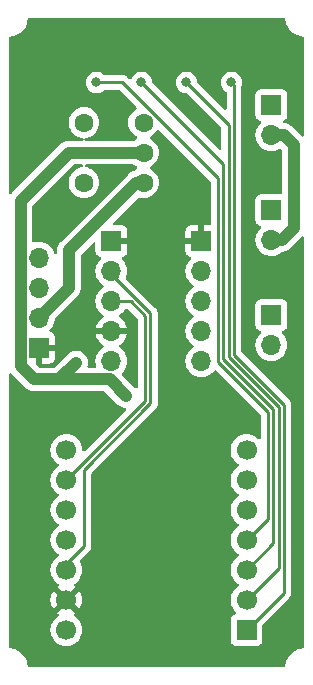
<source format=gbr>
%TF.GenerationSoftware,KiCad,Pcbnew,7.0.9*%
%TF.CreationDate,2025-03-23T18:33:54-04:00*%
%TF.ProjectId,Compact_Control,436f6d70-6163-4745-9f43-6f6e74726f6c,rev?*%
%TF.SameCoordinates,Original*%
%TF.FileFunction,Copper,L2,Bot*%
%TF.FilePolarity,Positive*%
%FSLAX46Y46*%
G04 Gerber Fmt 4.6, Leading zero omitted, Abs format (unit mm)*
G04 Created by KiCad (PCBNEW 7.0.9) date 2025-03-23 18:33:54*
%MOMM*%
%LPD*%
G01*
G04 APERTURE LIST*
%TA.AperFunction,ComponentPad*%
%ADD10C,1.600200*%
%TD*%
%TA.AperFunction,ComponentPad*%
%ADD11R,1.700000X1.700000*%
%TD*%
%TA.AperFunction,ComponentPad*%
%ADD12C,1.700000*%
%TD*%
%TA.AperFunction,ComponentPad*%
%ADD13O,1.700000X1.700000*%
%TD*%
%TA.AperFunction,ViaPad*%
%ADD14C,0.800000*%
%TD*%
%TA.AperFunction,Conductor*%
%ADD15C,1.000000*%
%TD*%
%TA.AperFunction,Conductor*%
%ADD16C,0.250000*%
%TD*%
G04 APERTURE END LIST*
D10*
%TO.P,U3,1,1*%
%TO.N,VIN_SRC*%
X11398250Y-13970000D03*
%TO.P,U3,2,2*%
%TO.N,VIN*%
X11398250Y-11430000D03*
%TO.P,U3,3,3*%
%TO.N,unconnected-(U3-Pad3)*%
X11398250Y-8890000D03*
%TO.P,U3,4*%
%TO.N,N/C*%
X6350000Y-8890000D03*
%TO.P,U3,5*%
X6350000Y-13970000D03*
%TD*%
D11*
%TO.P,U1,1,PA02_A0_D0*%
%TO.N,LED0*%
X20117738Y-51846960D03*
D12*
%TO.P,U1,2,PA4_A1_D1*%
%TO.N,LED1*%
X20117738Y-49306960D03*
%TO.P,U1,3,PA10_A2_D2*%
%TO.N,LED2*%
X20117738Y-46766960D03*
%TO.P,U1,4,PA11_A3_D3*%
%TO.N,LED3*%
X20117738Y-44226960D03*
%TO.P,U1,5,PA8_A4_D4_SDA*%
%TO.N,SDA*%
X20117738Y-41686960D03*
%TO.P,U1,6,PA9_A5_D5_SCL*%
%TO.N,SCL*%
X20117738Y-39146960D03*
%TO.P,U1,7,PB08_A6_D6_TX*%
%TO.N,unconnected-(U1-PB08_A6_D6_TX-Pad7)*%
X20117738Y-36606960D03*
%TO.P,U1,8,PB09_A7_D7_RX*%
%TO.N,unconnected-(U1-PB09_A7_D7_RX-Pad8)*%
X4867738Y-36606960D03*
%TO.P,U1,9,PA7_A8_D8_SCK*%
%TO.N,PUMP_PWM*%
X4867738Y-39146960D03*
%TO.P,U1,10,PA5_A9_D9_MISO*%
%TO.N,VALVE_1_PFM*%
X4867738Y-41686960D03*
%TO.P,U1,11,PA6_A10_D10_MOSI*%
%TO.N,VALVE_2_PFM*%
X4867738Y-44226960D03*
%TO.P,U1,12,3V3*%
%TO.N,3V3*%
X4867738Y-46766960D03*
%TO.P,U1,13,GND*%
%TO.N,GND*%
X4867738Y-49306960D03*
%TO.P,U1,14,5V*%
%TO.N,Net-(D1-K)*%
X4867738Y-51846960D03*
%TD*%
D11*
%TO.P,J4,1,Pin_1*%
%TO.N,GND*%
X2540000Y-27940000D03*
D13*
%TO.P,J4,2,Pin_2*%
%TO.N,VIN_SRC*%
X2540000Y-25400000D03*
%TO.P,J4,3,Pin_3*%
%TO.N,SDA*%
X2540000Y-22860000D03*
%TO.P,J4,4,Pin_4*%
%TO.N,SCL*%
X2540000Y-20320000D03*
%TD*%
D11*
%TO.P,J3,1,Pin_1*%
%TO.N,PUMP_-*%
X22225000Y-25176960D03*
D13*
%TO.P,J3,2,Pin_2*%
%TO.N,PUMP_+*%
X22225000Y-27716960D03*
%TD*%
D11*
%TO.P,J1,1,Pin_1*%
%TO.N,Net-(D2-A)*%
X22225000Y-7396960D03*
D13*
%TO.P,J1,2,Pin_2*%
%TO.N,VIN*%
X22225000Y-9936960D03*
%TD*%
D11*
%TO.P,U2,1,GND*%
%TO.N,GND*%
X8677738Y-18926960D03*
D13*
%TO.P,U2,2,VCC*%
%TO.N,3V3*%
X8677738Y-21466960D03*
%TO.P,U2,3,EN/PWM*%
%TO.N,PUMP_PWM*%
X8677738Y-24006960D03*
%TO.P,U2,4,PHASE*%
%TO.N,GND*%
X8677738Y-26546960D03*
%TO.P,U2,5,~SLEEP*%
%TO.N,unconnected-(U2-~SLEEP-Pad5)*%
X8677738Y-29086960D03*
D11*
%TO.P,U2,6,GND*%
%TO.N,GND*%
X16297738Y-18926960D03*
D13*
%TO.P,U2,7,VIN*%
%TO.N,VIN*%
X16297738Y-21466960D03*
%TO.P,U2,8,OUT2*%
%TO.N,PUMP_-*%
X16297738Y-24006960D03*
%TO.P,U2,9,OUT1*%
%TO.N,PUMP_+*%
X16297738Y-26546960D03*
%TO.P,U2,10,VM*%
%TO.N,unconnected-(U2-VM-Pad10)*%
X16297738Y-29086960D03*
%TD*%
D11*
%TO.P,J2,1,Pin_1*%
%TO.N,Net-(D3-A)*%
X22225000Y-16286960D03*
D13*
%TO.P,J2,2,Pin_2*%
%TO.N,VIN*%
X22225000Y-18826960D03*
%TD*%
D14*
%TO.N,GND*%
X5080000Y-34290000D03*
X3810000Y-15240000D03*
X9525000Y-52070000D03*
X17145000Y-37465000D03*
X22225000Y-3810000D03*
X2540000Y-3810000D03*
X13335000Y-20320000D03*
X16836868Y-9401688D03*
%TO.N,VIN*%
X5682738Y-29210000D03*
X9947738Y-32034960D03*
%TO.N,LED0*%
X18837738Y-5491960D03*
%TO.N,LED1*%
X15027738Y-5491960D03*
%TO.N,LED2*%
X11217738Y-5491960D03*
%TO.N,LED3*%
X7407738Y-5491960D03*
%TD*%
D15*
%TO.N,VIN*%
X11398250Y-11430000D02*
X5080000Y-11430000D01*
X5080000Y-11430000D02*
X990000Y-15520000D01*
X990000Y-15520000D02*
X990000Y-29490000D01*
X990000Y-29490000D02*
X2136960Y-30636960D01*
X2136960Y-30636960D02*
X4445000Y-30636960D01*
X4445000Y-30447738D02*
X4445000Y-30636960D01*
X4445000Y-30636960D02*
X8549738Y-30636960D01*
X5682738Y-29210000D02*
X4445000Y-30447738D01*
%TO.N,VIN_SRC*%
X2540000Y-25400000D02*
X5080000Y-22860000D01*
X10795000Y-13970000D02*
X11398250Y-13970000D01*
X5080000Y-22860000D02*
X5080000Y-19685000D01*
X5080000Y-19685000D02*
X10795000Y-13970000D01*
%TO.N,VIN*%
X8549738Y-30636960D02*
X9947738Y-32034960D01*
D16*
%TO.N,LED0*%
X19050000Y-28564222D02*
X19055389Y-28569611D01*
X19055389Y-28569611D02*
X23282738Y-32796960D01*
X18837738Y-5491960D02*
X19055389Y-5709611D01*
X19055389Y-5709611D02*
X19055389Y-28569611D01*
%TO.N,LED1*%
X15027738Y-5491960D02*
X18600000Y-9064222D01*
X22832738Y-46591960D02*
X20117738Y-49306960D01*
X18600000Y-9064222D02*
X18600000Y-28750618D01*
X22832738Y-32983356D02*
X22832738Y-46591960D01*
X18600000Y-28750618D02*
X22832738Y-32983356D01*
%TO.N,LED2*%
X11217738Y-5491960D02*
X18150000Y-12424222D01*
X18150000Y-12424222D02*
X18150000Y-28937014D01*
X22382738Y-33169752D02*
X22382738Y-44501960D01*
X18150000Y-28937014D02*
X22382738Y-33169752D01*
X22382738Y-44501960D02*
X20117738Y-46766960D01*
%TO.N,LED3*%
X7407738Y-5491960D02*
X9591342Y-5491960D01*
X21932738Y-42411960D02*
X20117738Y-44226960D01*
X9591342Y-5491960D02*
X17700000Y-13600618D01*
X17700000Y-13600618D02*
X17700000Y-29123410D01*
X17700000Y-29123410D02*
X21932738Y-33356148D01*
X21932738Y-33356148D02*
X21932738Y-42411960D01*
D15*
%TO.N,VIN*%
X22225000Y-18826960D02*
X23083040Y-18826960D01*
X24130000Y-17780000D02*
X24130000Y-10795000D01*
X23083040Y-18826960D02*
X24130000Y-17780000D01*
X24130000Y-10795000D02*
X23271960Y-9936960D01*
X23271960Y-9936960D02*
X22225000Y-9936960D01*
D16*
%TO.N,SDA*%
X20117738Y-41686960D02*
X20086960Y-41686960D01*
%TO.N,LED0*%
X23282738Y-48681960D02*
X20117738Y-51846960D01*
X23282738Y-32796960D02*
X23282738Y-48681960D01*
%TO.N,PUMP_PWM*%
X10305564Y-24006960D02*
X11529738Y-25231134D01*
X8677738Y-24006960D02*
X10305564Y-24006960D01*
X11529738Y-32484960D02*
X4867738Y-39146960D01*
X11529738Y-25231134D02*
X11529738Y-32484960D01*
%TO.N,3V3*%
X6350000Y-38301094D02*
X6350000Y-44754698D01*
X6350000Y-44754698D02*
X4867738Y-46236960D01*
X8677738Y-21742738D02*
X11979738Y-25044738D01*
X4867738Y-46236960D02*
X4867738Y-46766960D01*
X11979738Y-25044738D02*
X11979738Y-32671356D01*
X11979738Y-32671356D02*
X6350000Y-38301094D01*
X8677738Y-21466960D02*
X8677738Y-21742738D01*
%TD*%
%TA.AperFunction,Conductor*%
%TO.N,GND*%
G36*
X23342940Y-20185D02*
G01*
X23388695Y-72989D01*
X23398187Y-110185D01*
X23398870Y-110087D01*
X23432080Y-341075D01*
X23432083Y-341085D01*
X23496583Y-560751D01*
X23591680Y-768985D01*
X23591693Y-769008D01*
X23715456Y-961587D01*
X23715460Y-961593D01*
X23865384Y-1134615D01*
X24038406Y-1284539D01*
X24038412Y-1284543D01*
X24230991Y-1408306D01*
X24231014Y-1408319D01*
X24439248Y-1503416D01*
X24439252Y-1503417D01*
X24439254Y-1503418D01*
X24658920Y-1567918D01*
X24658921Y-1567918D01*
X24658924Y-1567919D01*
X24819053Y-1590942D01*
X24885530Y-1600500D01*
X24885531Y-1600500D01*
X24889913Y-1601130D01*
X24889726Y-1602424D01*
X24949801Y-1624825D01*
X24991678Y-1680755D01*
X24999500Y-1724099D01*
X24999500Y-9950038D01*
X24979815Y-10017077D01*
X24927011Y-10062832D01*
X24857853Y-10072776D01*
X24799593Y-10048090D01*
X24795691Y-10045069D01*
X24789806Y-10039886D01*
X23988412Y-9238492D01*
X23927019Y-9173907D01*
X23899164Y-9154519D01*
X23876669Y-9138862D01*
X23872906Y-9136024D01*
X23825373Y-9097265D01*
X23825366Y-9097260D01*
X23794919Y-9081357D01*
X23788211Y-9077294D01*
X23760009Y-9057665D01*
X23760006Y-9057663D01*
X23760005Y-9057663D01*
X23760001Y-9057661D01*
X23703640Y-9033474D01*
X23699384Y-9031453D01*
X23645017Y-9003054D01*
X23645010Y-9003051D01*
X23645009Y-9003051D01*
X23638968Y-9001322D01*
X23611990Y-8993602D01*
X23604590Y-8990968D01*
X23573017Y-8977419D01*
X23573018Y-8977419D01*
X23512926Y-8965069D01*
X23508351Y-8963946D01*
X23449380Y-8947073D01*
X23449385Y-8947073D01*
X23415118Y-8944463D01*
X23407340Y-8943372D01*
X23373702Y-8936460D01*
X23373701Y-8936460D01*
X23345860Y-8936460D01*
X23278821Y-8916775D01*
X23233066Y-8863971D01*
X23223122Y-8794813D01*
X23252147Y-8731257D01*
X23302527Y-8696278D01*
X23317328Y-8690757D01*
X23317327Y-8690757D01*
X23317331Y-8690756D01*
X23432546Y-8604506D01*
X23518796Y-8489291D01*
X23569091Y-8354443D01*
X23575500Y-8294833D01*
X23575499Y-6499088D01*
X23569091Y-6439477D01*
X23543886Y-6371900D01*
X23518797Y-6304631D01*
X23518793Y-6304624D01*
X23432547Y-6189415D01*
X23432544Y-6189412D01*
X23317335Y-6103166D01*
X23317328Y-6103162D01*
X23182482Y-6052868D01*
X23182483Y-6052868D01*
X23122883Y-6046461D01*
X23122881Y-6046460D01*
X23122873Y-6046460D01*
X23122864Y-6046460D01*
X21327129Y-6046460D01*
X21327123Y-6046461D01*
X21267516Y-6052868D01*
X21132671Y-6103162D01*
X21132664Y-6103166D01*
X21017455Y-6189412D01*
X21017452Y-6189415D01*
X20931206Y-6304624D01*
X20931202Y-6304631D01*
X20880908Y-6439477D01*
X20874501Y-6499076D01*
X20874501Y-6499083D01*
X20874500Y-6499095D01*
X20874500Y-8294830D01*
X20874501Y-8294836D01*
X20880908Y-8354443D01*
X20931202Y-8489288D01*
X20931206Y-8489295D01*
X21017452Y-8604504D01*
X21017455Y-8604507D01*
X21132664Y-8690753D01*
X21132671Y-8690757D01*
X21264081Y-8739770D01*
X21320015Y-8781641D01*
X21344432Y-8847105D01*
X21329580Y-8915378D01*
X21308430Y-8943633D01*
X21186503Y-9065560D01*
X21050965Y-9259129D01*
X21050964Y-9259131D01*
X20951098Y-9473295D01*
X20951094Y-9473304D01*
X20889938Y-9701546D01*
X20889936Y-9701556D01*
X20869341Y-9936959D01*
X20869341Y-9936960D01*
X20889936Y-10172363D01*
X20889938Y-10172373D01*
X20951094Y-10400615D01*
X20951096Y-10400619D01*
X20951097Y-10400623D01*
X21000161Y-10505840D01*
X21050965Y-10614790D01*
X21050967Y-10614794D01*
X21136631Y-10737134D01*
X21186505Y-10808361D01*
X21353599Y-10975455D01*
X21450384Y-11043225D01*
X21547165Y-11110992D01*
X21547167Y-11110993D01*
X21547170Y-11110995D01*
X21761337Y-11210863D01*
X21989592Y-11272023D01*
X22177918Y-11288499D01*
X22224999Y-11292619D01*
X22225000Y-11292619D01*
X22225001Y-11292619D01*
X22264234Y-11289186D01*
X22460408Y-11272023D01*
X22688663Y-11210863D01*
X22902830Y-11110995D01*
X22902829Y-11110995D01*
X22907737Y-11108707D01*
X22908353Y-11110029D01*
X22969598Y-11095154D01*
X23035631Y-11117988D01*
X23051413Y-11131334D01*
X23093181Y-11173102D01*
X23126666Y-11234425D01*
X23129500Y-11260783D01*
X23129500Y-14812460D01*
X23109815Y-14879499D01*
X23057011Y-14925254D01*
X23005500Y-14936460D01*
X21327129Y-14936460D01*
X21327123Y-14936461D01*
X21267516Y-14942868D01*
X21132671Y-14993162D01*
X21132664Y-14993166D01*
X21017455Y-15079412D01*
X21017452Y-15079415D01*
X20931206Y-15194624D01*
X20931202Y-15194631D01*
X20880908Y-15329477D01*
X20874501Y-15389076D01*
X20874500Y-15389095D01*
X20874500Y-17184830D01*
X20874501Y-17184836D01*
X20880908Y-17244443D01*
X20931202Y-17379288D01*
X20931206Y-17379295D01*
X21017452Y-17494504D01*
X21017455Y-17494507D01*
X21132664Y-17580753D01*
X21132671Y-17580757D01*
X21264081Y-17629770D01*
X21320015Y-17671641D01*
X21344432Y-17737105D01*
X21329580Y-17805378D01*
X21308430Y-17833633D01*
X21186503Y-17955560D01*
X21050965Y-18149129D01*
X21050964Y-18149131D01*
X20951098Y-18363295D01*
X20951094Y-18363304D01*
X20889938Y-18591546D01*
X20889936Y-18591556D01*
X20869341Y-18826959D01*
X20869341Y-18826960D01*
X20889936Y-19062363D01*
X20889938Y-19062373D01*
X20951094Y-19290615D01*
X20951096Y-19290619D01*
X20951097Y-19290623D01*
X21024761Y-19448595D01*
X21050965Y-19504790D01*
X21050967Y-19504794D01*
X21135319Y-19625260D01*
X21186505Y-19698361D01*
X21353599Y-19865455D01*
X21450384Y-19933225D01*
X21547165Y-20000992D01*
X21547167Y-20000993D01*
X21547170Y-20000995D01*
X21761337Y-20100863D01*
X21761343Y-20100864D01*
X21761344Y-20100865D01*
X21816285Y-20115586D01*
X21989592Y-20162023D01*
X22177918Y-20178499D01*
X22224999Y-20182619D01*
X22225000Y-20182619D01*
X22225001Y-20182619D01*
X22264234Y-20179186D01*
X22460408Y-20162023D01*
X22688663Y-20100863D01*
X22902830Y-20000995D01*
X23096401Y-19865455D01*
X23098669Y-19863187D01*
X23099918Y-19862504D01*
X23100552Y-19861973D01*
X23100658Y-19862100D01*
X23159989Y-19829697D01*
X23164448Y-19828812D01*
X23219789Y-19818893D01*
X23224441Y-19818240D01*
X23285478Y-19812034D01*
X23318267Y-19801746D01*
X23325880Y-19799878D01*
X23359693Y-19793818D01*
X23416661Y-19771061D01*
X23421093Y-19769484D01*
X23479628Y-19751119D01*
X23509667Y-19734444D01*
X23516748Y-19731082D01*
X23548657Y-19718337D01*
X23599894Y-19684568D01*
X23603891Y-19682147D01*
X23657542Y-19652369D01*
X23683608Y-19629990D01*
X23689883Y-19625260D01*
X23718559Y-19606362D01*
X23761932Y-19562987D01*
X23765390Y-19559783D01*
X23768653Y-19556980D01*
X23811935Y-19519826D01*
X23832968Y-19492651D01*
X23838138Y-19486781D01*
X24787819Y-18537099D01*
X24849142Y-18503615D01*
X24918834Y-18508599D01*
X24974767Y-18550471D01*
X24999184Y-18615935D01*
X24999500Y-18624781D01*
X24999500Y-53275900D01*
X24979815Y-53342939D01*
X24927011Y-53388694D01*
X24889815Y-53398192D01*
X24889913Y-53398870D01*
X24885531Y-53399500D01*
X24885530Y-53399500D01*
X24862986Y-53402741D01*
X24658924Y-53432080D01*
X24658914Y-53432083D01*
X24439248Y-53496583D01*
X24231014Y-53591680D01*
X24230991Y-53591693D01*
X24038412Y-53715456D01*
X24038406Y-53715460D01*
X23865384Y-53865384D01*
X23715460Y-54038406D01*
X23715456Y-54038412D01*
X23591693Y-54230991D01*
X23591680Y-54231014D01*
X23496583Y-54439248D01*
X23432083Y-54658914D01*
X23432080Y-54658924D01*
X23398870Y-54889913D01*
X23397575Y-54889726D01*
X23375175Y-54949801D01*
X23319245Y-54991678D01*
X23275901Y-54999500D01*
X1724099Y-54999500D01*
X1657060Y-54979815D01*
X1611305Y-54927011D01*
X1601812Y-54889814D01*
X1601130Y-54889913D01*
X1567919Y-54658924D01*
X1567916Y-54658914D01*
X1503416Y-54439248D01*
X1408319Y-54231014D01*
X1408306Y-54230991D01*
X1284543Y-54038412D01*
X1284539Y-54038406D01*
X1134615Y-53865384D01*
X961593Y-53715460D01*
X961587Y-53715456D01*
X769008Y-53591693D01*
X768985Y-53591680D01*
X560751Y-53496583D01*
X341085Y-53432083D01*
X341075Y-53432080D01*
X139648Y-53403120D01*
X114470Y-53399500D01*
X114469Y-53399500D01*
X110087Y-53398870D01*
X110271Y-53397583D01*
X50168Y-53375151D01*
X8309Y-53319209D01*
X500Y-53275900D01*
X500Y-30214783D01*
X20185Y-30147744D01*
X72989Y-30101989D01*
X142147Y-30092045D01*
X205703Y-30121070D01*
X212181Y-30127102D01*
X253966Y-30168887D01*
X257170Y-30172343D01*
X297131Y-30218893D01*
X324294Y-30239918D01*
X330190Y-30245111D01*
X1420526Y-31335447D01*
X1481901Y-31400013D01*
X1481904Y-31400015D01*
X1481907Y-31400018D01*
X1512837Y-31421544D01*
X1532255Y-31435060D01*
X1536010Y-31437892D01*
X1583553Y-31476658D01*
X1614005Y-31492564D01*
X1620716Y-31496631D01*
X1648911Y-31516255D01*
X1705292Y-31540450D01*
X1709527Y-31542461D01*
X1763911Y-31570869D01*
X1796933Y-31580316D01*
X1804325Y-31582949D01*
X1835900Y-31596499D01*
X1835901Y-31596500D01*
X1849014Y-31599194D01*
X1896015Y-31608852D01*
X1900555Y-31609966D01*
X1959542Y-31626846D01*
X1993801Y-31629454D01*
X2001569Y-31630545D01*
X2035215Y-31637460D01*
X2035219Y-31637460D01*
X2096561Y-31637460D01*
X2101268Y-31637638D01*
X2137611Y-31640406D01*
X2162435Y-31642297D01*
X2162435Y-31642296D01*
X2162436Y-31642297D01*
X2196519Y-31637956D01*
X2204349Y-31637460D01*
X4343259Y-31637460D01*
X4418071Y-31637460D01*
X4421211Y-31637540D01*
X4447842Y-31638890D01*
X4495936Y-31641329D01*
X4511857Y-31638890D01*
X4530633Y-31637460D01*
X8083955Y-31637460D01*
X8150994Y-31657145D01*
X8171636Y-31673779D01*
X9276158Y-32778301D01*
X9394331Y-32874658D01*
X9574689Y-32968869D01*
X9770320Y-33024847D01*
X9792788Y-33026557D01*
X9812460Y-33028056D01*
X9877811Y-33052773D01*
X9919426Y-33108898D01*
X9924090Y-33178612D01*
X9890727Y-33239379D01*
X6435078Y-36695028D01*
X6373755Y-36728513D01*
X6304063Y-36723529D01*
X6248130Y-36681657D01*
X6223713Y-36616193D01*
X6223397Y-36607347D01*
X6223397Y-36606959D01*
X6202801Y-36371556D01*
X6202801Y-36371552D01*
X6141641Y-36143297D01*
X6041773Y-35929131D01*
X5906233Y-35735559D01*
X5906232Y-35735557D01*
X5739140Y-35568466D01*
X5739133Y-35568461D01*
X5545572Y-35432927D01*
X5545568Y-35432925D01*
X5545566Y-35432924D01*
X5331401Y-35333057D01*
X5331397Y-35333056D01*
X5331393Y-35333054D01*
X5103151Y-35271898D01*
X5103141Y-35271896D01*
X4867739Y-35251301D01*
X4867737Y-35251301D01*
X4632334Y-35271896D01*
X4632324Y-35271898D01*
X4404082Y-35333054D01*
X4404073Y-35333058D01*
X4189909Y-35432924D01*
X4189907Y-35432925D01*
X3996335Y-35568465D01*
X3829243Y-35735557D01*
X3693703Y-35929129D01*
X3693702Y-35929131D01*
X3593836Y-36143295D01*
X3593832Y-36143304D01*
X3532676Y-36371546D01*
X3532674Y-36371556D01*
X3512079Y-36606959D01*
X3512079Y-36606960D01*
X3532674Y-36842363D01*
X3532676Y-36842373D01*
X3593832Y-37070615D01*
X3593834Y-37070619D01*
X3593835Y-37070623D01*
X3678238Y-37251625D01*
X3693703Y-37284790D01*
X3693705Y-37284794D01*
X3829239Y-37478355D01*
X3829244Y-37478362D01*
X3996335Y-37645453D01*
X3996341Y-37645458D01*
X4181896Y-37775385D01*
X4225521Y-37829962D01*
X4232715Y-37899460D01*
X4201192Y-37961815D01*
X4181896Y-37978535D01*
X3996335Y-38108465D01*
X3829243Y-38275557D01*
X3693703Y-38469129D01*
X3693702Y-38469131D01*
X3593836Y-38683295D01*
X3593832Y-38683304D01*
X3532676Y-38911546D01*
X3532674Y-38911556D01*
X3512079Y-39146959D01*
X3512079Y-39146960D01*
X3532674Y-39382363D01*
X3532676Y-39382373D01*
X3593832Y-39610615D01*
X3593834Y-39610619D01*
X3593835Y-39610623D01*
X3678238Y-39791625D01*
X3693703Y-39824790D01*
X3693705Y-39824794D01*
X3829239Y-40018355D01*
X3829244Y-40018362D01*
X3996335Y-40185453D01*
X3996341Y-40185458D01*
X4181896Y-40315385D01*
X4225521Y-40369962D01*
X4232715Y-40439460D01*
X4201192Y-40501815D01*
X4181896Y-40518535D01*
X3996335Y-40648465D01*
X3829243Y-40815557D01*
X3693703Y-41009129D01*
X3693702Y-41009131D01*
X3593836Y-41223295D01*
X3593832Y-41223304D01*
X3532676Y-41451546D01*
X3532674Y-41451556D01*
X3512079Y-41686959D01*
X3512079Y-41686960D01*
X3532674Y-41922363D01*
X3532676Y-41922373D01*
X3593832Y-42150615D01*
X3593834Y-42150619D01*
X3593835Y-42150623D01*
X3693703Y-42364790D01*
X3693705Y-42364794D01*
X3829239Y-42558355D01*
X3829244Y-42558362D01*
X3996335Y-42725453D01*
X3996341Y-42725458D01*
X4181896Y-42855385D01*
X4225521Y-42909962D01*
X4232715Y-42979460D01*
X4201192Y-43041815D01*
X4181896Y-43058535D01*
X3996335Y-43188465D01*
X3829243Y-43355557D01*
X3693703Y-43549129D01*
X3693702Y-43549131D01*
X3593836Y-43763295D01*
X3593832Y-43763304D01*
X3532676Y-43991546D01*
X3532674Y-43991556D01*
X3512079Y-44226959D01*
X3512079Y-44226960D01*
X3532674Y-44462363D01*
X3532676Y-44462373D01*
X3593832Y-44690615D01*
X3593834Y-44690619D01*
X3593835Y-44690623D01*
X3651218Y-44813681D01*
X3693703Y-44904790D01*
X3693705Y-44904794D01*
X3829239Y-45098355D01*
X3829244Y-45098362D01*
X3996335Y-45265453D01*
X3996341Y-45265458D01*
X4181896Y-45395385D01*
X4225521Y-45449962D01*
X4232715Y-45519460D01*
X4201192Y-45581815D01*
X4181896Y-45598535D01*
X3996335Y-45728465D01*
X3829243Y-45895557D01*
X3693703Y-46089129D01*
X3693702Y-46089131D01*
X3593836Y-46303295D01*
X3593832Y-46303304D01*
X3532676Y-46531546D01*
X3532674Y-46531556D01*
X3512079Y-46766959D01*
X3512079Y-46766960D01*
X3532674Y-47002363D01*
X3532676Y-47002373D01*
X3593832Y-47230615D01*
X3593834Y-47230619D01*
X3593835Y-47230623D01*
X3693703Y-47444790D01*
X3693705Y-47444794D01*
X3802019Y-47599481D01*
X3829243Y-47638361D01*
X3996337Y-47805455D01*
X4181896Y-47935385D01*
X4182332Y-47935690D01*
X4225956Y-47990267D01*
X4233149Y-48059766D01*
X4201627Y-48122120D01*
X4182331Y-48138840D01*
X4106364Y-48192032D01*
X4106363Y-48192032D01*
X4735204Y-48820873D01*
X4725423Y-48822280D01*
X4594638Y-48882008D01*
X4485977Y-48976162D01*
X4408245Y-49097116D01*
X4384661Y-49177436D01*
X3752810Y-48545585D01*
X3694139Y-48629379D01*
X3594308Y-48843467D01*
X3594304Y-48843476D01*
X3533170Y-49071633D01*
X3533168Y-49071644D01*
X3512581Y-49306958D01*
X3512581Y-49306961D01*
X3533168Y-49542275D01*
X3533170Y-49542286D01*
X3594304Y-49770443D01*
X3594308Y-49770452D01*
X3694138Y-49984539D01*
X3694140Y-49984543D01*
X3752810Y-50068333D01*
X3752811Y-50068333D01*
X4384661Y-49436483D01*
X4408245Y-49516804D01*
X4485977Y-49637758D01*
X4594638Y-49731912D01*
X4725423Y-49791640D01*
X4735204Y-49793046D01*
X4106363Y-50421885D01*
X4182332Y-50475079D01*
X4225957Y-50529656D01*
X4233151Y-50599154D01*
X4201628Y-50661509D01*
X4182333Y-50678229D01*
X3996332Y-50808468D01*
X3829243Y-50975557D01*
X3693703Y-51169129D01*
X3693702Y-51169131D01*
X3593836Y-51383295D01*
X3593832Y-51383304D01*
X3532676Y-51611546D01*
X3532674Y-51611556D01*
X3512079Y-51846959D01*
X3512079Y-51846960D01*
X3532674Y-52082363D01*
X3532676Y-52082373D01*
X3593832Y-52310615D01*
X3593834Y-52310619D01*
X3593835Y-52310623D01*
X3693703Y-52524790D01*
X3693705Y-52524794D01*
X3802019Y-52679481D01*
X3829243Y-52718361D01*
X3996337Y-52885455D01*
X4093122Y-52953225D01*
X4189903Y-53020992D01*
X4189905Y-53020993D01*
X4189908Y-53020995D01*
X4404075Y-53120863D01*
X4632330Y-53182023D01*
X4808772Y-53197460D01*
X4867737Y-53202619D01*
X4867738Y-53202619D01*
X4867739Y-53202619D01*
X4926704Y-53197460D01*
X5103146Y-53182023D01*
X5331401Y-53120863D01*
X5545568Y-53020995D01*
X5739139Y-52885455D01*
X5906233Y-52718361D01*
X6041773Y-52524790D01*
X6141641Y-52310623D01*
X6202801Y-52082368D01*
X6223397Y-51846960D01*
X6202801Y-51611552D01*
X6141641Y-51383297D01*
X6041773Y-51169131D01*
X5906233Y-50975559D01*
X5906232Y-50975557D01*
X5739140Y-50808466D01*
X5739139Y-50808465D01*
X5553143Y-50678229D01*
X5509519Y-50623652D01*
X5502326Y-50554153D01*
X5533848Y-50491799D01*
X5553143Y-50475079D01*
X5629111Y-50421885D01*
X5000271Y-49793046D01*
X5010053Y-49791640D01*
X5140838Y-49731912D01*
X5249499Y-49637758D01*
X5327231Y-49516804D01*
X5350814Y-49436484D01*
X5982663Y-50068333D01*
X5982664Y-50068333D01*
X6041336Y-49984542D01*
X6041338Y-49984538D01*
X6141167Y-49770452D01*
X6141171Y-49770443D01*
X6202305Y-49542286D01*
X6202307Y-49542275D01*
X6222895Y-49306961D01*
X6222895Y-49306958D01*
X6202307Y-49071644D01*
X6202305Y-49071633D01*
X6141171Y-48843476D01*
X6141167Y-48843467D01*
X6041338Y-48629383D01*
X6041337Y-48629381D01*
X5982663Y-48545586D01*
X5982663Y-48545585D01*
X5350814Y-49177435D01*
X5327231Y-49097116D01*
X5249499Y-48976162D01*
X5140838Y-48882008D01*
X5010053Y-48822280D01*
X5000271Y-48820873D01*
X5629111Y-48192033D01*
X5629111Y-48192032D01*
X5553143Y-48138840D01*
X5509518Y-48084264D01*
X5502324Y-48014765D01*
X5533846Y-47952411D01*
X5553137Y-47935694D01*
X5739139Y-47805455D01*
X5906233Y-47638361D01*
X6041773Y-47444790D01*
X6141641Y-47230623D01*
X6202801Y-47002368D01*
X6223397Y-46766960D01*
X6202801Y-46531552D01*
X6141641Y-46303297D01*
X6041773Y-46089131D01*
X6041772Y-46089129D01*
X6039067Y-46084444D01*
X6040596Y-46083560D01*
X6020801Y-46024857D01*
X6037814Y-45957091D01*
X6057019Y-45932267D01*
X6733787Y-45255500D01*
X6746042Y-45245684D01*
X6745859Y-45245462D01*
X6751866Y-45240490D01*
X6751877Y-45240484D01*
X6782775Y-45207580D01*
X6799227Y-45190062D01*
X6809671Y-45179616D01*
X6820120Y-45169169D01*
X6824379Y-45163676D01*
X6828152Y-45159259D01*
X6860062Y-45125280D01*
X6869715Y-45107718D01*
X6880389Y-45091468D01*
X6892673Y-45075634D01*
X6911180Y-45032865D01*
X6913749Y-45027622D01*
X6936196Y-44986791D01*
X6936197Y-44986790D01*
X6941177Y-44967389D01*
X6947478Y-44948986D01*
X6955438Y-44930594D01*
X6962730Y-44884547D01*
X6963911Y-44878850D01*
X6975500Y-44833717D01*
X6975500Y-44813681D01*
X6977027Y-44794280D01*
X6980160Y-44774502D01*
X6975775Y-44728113D01*
X6975500Y-44722275D01*
X6975500Y-38611546D01*
X6995185Y-38544507D01*
X7011819Y-38523865D01*
X9606555Y-35929129D01*
X12363526Y-33172157D01*
X12375780Y-33162342D01*
X12375597Y-33162120D01*
X12381604Y-33157148D01*
X12381615Y-33157142D01*
X12412513Y-33124238D01*
X12428965Y-33106720D01*
X12439409Y-33096274D01*
X12449858Y-33085827D01*
X12454117Y-33080334D01*
X12457890Y-33075917D01*
X12489800Y-33041938D01*
X12499453Y-33024376D01*
X12510127Y-33008126D01*
X12522411Y-32992292D01*
X12540918Y-32949523D01*
X12543487Y-32944280D01*
X12565934Y-32903449D01*
X12565935Y-32903448D01*
X12570915Y-32884047D01*
X12577216Y-32865644D01*
X12585176Y-32847252D01*
X12592468Y-32801205D01*
X12593649Y-32795508D01*
X12595792Y-32787163D01*
X12605238Y-32750375D01*
X12605238Y-32730339D01*
X12606765Y-32710938D01*
X12609898Y-32691160D01*
X12605513Y-32644771D01*
X12605238Y-32638933D01*
X12605238Y-25127475D01*
X12606961Y-25111858D01*
X12606676Y-25111831D01*
X12607410Y-25104069D01*
X12605238Y-25034941D01*
X12605238Y-25005389D01*
X12605238Y-25005388D01*
X12604367Y-24998497D01*
X12603910Y-24992683D01*
X12602447Y-24946110D01*
X12596860Y-24926882D01*
X12592912Y-24907822D01*
X12590402Y-24887946D01*
X12573245Y-24844613D01*
X12571357Y-24839097D01*
X12558357Y-24794350D01*
X12548156Y-24777101D01*
X12539598Y-24759632D01*
X12532224Y-24741006D01*
X12532221Y-24741002D01*
X12532221Y-24741001D01*
X12504836Y-24703309D01*
X12501628Y-24698425D01*
X12477910Y-24658320D01*
X12477901Y-24658309D01*
X12463743Y-24644151D01*
X12451108Y-24629358D01*
X12439331Y-24613150D01*
X12403431Y-24583451D01*
X12399119Y-24579528D01*
X9948979Y-22129388D01*
X9915494Y-22068065D01*
X9920478Y-21998373D01*
X9924278Y-21989302D01*
X9924607Y-21988597D01*
X9951641Y-21930623D01*
X10012801Y-21702368D01*
X10033397Y-21466960D01*
X10012801Y-21231552D01*
X9951641Y-21003297D01*
X9851773Y-20789131D01*
X9847944Y-20783663D01*
X9716234Y-20595560D01*
X9676082Y-20555408D01*
X9593917Y-20473243D01*
X9560434Y-20411923D01*
X9565418Y-20342231D01*
X9607289Y-20286297D01*
X9638267Y-20269382D01*
X9769824Y-20220314D01*
X9769831Y-20220310D01*
X9884925Y-20134150D01*
X9884928Y-20134147D01*
X9971088Y-20019053D01*
X9971092Y-20019046D01*
X10021334Y-19884339D01*
X10021336Y-19884332D01*
X10027737Y-19824804D01*
X10027738Y-19824787D01*
X10027738Y-19176960D01*
X9111424Y-19176960D01*
X9137231Y-19136804D01*
X9177738Y-18998849D01*
X9177738Y-18855071D01*
X9137231Y-18717116D01*
X9111424Y-18676960D01*
X10027738Y-18676960D01*
X10027738Y-18029132D01*
X10027737Y-18029115D01*
X10021336Y-17969587D01*
X10021334Y-17969580D01*
X9971092Y-17834873D01*
X9971088Y-17834866D01*
X9884928Y-17719772D01*
X9884925Y-17719769D01*
X9769831Y-17633609D01*
X9769824Y-17633605D01*
X9635117Y-17583363D01*
X9635110Y-17583361D01*
X9575582Y-17576960D01*
X8902322Y-17576960D01*
X8835283Y-17557275D01*
X8789528Y-17504471D01*
X8779584Y-17435313D01*
X8808609Y-17371757D01*
X8814641Y-17365279D01*
X8995090Y-17184830D01*
X10925837Y-15254082D01*
X10987158Y-15220599D01*
X11045609Y-15221990D01*
X11093551Y-15234835D01*
X11171540Y-15255733D01*
X11352908Y-15271601D01*
X11398249Y-15275568D01*
X11398250Y-15275568D01*
X11398251Y-15275568D01*
X11436035Y-15272262D01*
X11624960Y-15255733D01*
X11844781Y-15196833D01*
X12051034Y-15100655D01*
X12237453Y-14970123D01*
X12398373Y-14809203D01*
X12528905Y-14622784D01*
X12625083Y-14416531D01*
X12683983Y-14196710D01*
X12703818Y-13970000D01*
X12683983Y-13743290D01*
X12625083Y-13523469D01*
X12528905Y-13317216D01*
X12523988Y-13310194D01*
X12398376Y-13130801D01*
X12398371Y-13130795D01*
X12237454Y-12969878D01*
X12237448Y-12969873D01*
X12051035Y-12839345D01*
X12051033Y-12839344D01*
X11993212Y-12812382D01*
X11940773Y-12766210D01*
X11921621Y-12699016D01*
X11941837Y-12632135D01*
X11993212Y-12587618D01*
X12026389Y-12572147D01*
X12051034Y-12560655D01*
X12237453Y-12430123D01*
X12398373Y-12269203D01*
X12528905Y-12082784D01*
X12625083Y-11876531D01*
X12683983Y-11656710D01*
X12703818Y-11430000D01*
X12683983Y-11203290D01*
X12625083Y-10983469D01*
X12528905Y-10777216D01*
X12522037Y-10767408D01*
X12398376Y-10590801D01*
X12398371Y-10590795D01*
X12237454Y-10429878D01*
X12237448Y-10429873D01*
X12051035Y-10299345D01*
X12051033Y-10299344D01*
X11993212Y-10272382D01*
X11940773Y-10226210D01*
X11921621Y-10159016D01*
X11941837Y-10092135D01*
X11993212Y-10047618D01*
X12009808Y-10039879D01*
X12051034Y-10020655D01*
X12237453Y-9890123D01*
X12398373Y-9729203D01*
X12528905Y-9542784D01*
X12528907Y-9542777D01*
X12531610Y-9538098D01*
X12533868Y-9539401D01*
X12572618Y-9495106D01*
X12639750Y-9475737D01*
X12706696Y-9495738D01*
X12726846Y-9512055D01*
X17038181Y-13823389D01*
X17071666Y-13884712D01*
X17074500Y-13911070D01*
X17074500Y-17452960D01*
X17054815Y-17519999D01*
X17002011Y-17565754D01*
X16950500Y-17576960D01*
X16547738Y-17576960D01*
X16547738Y-18491458D01*
X16440053Y-18442280D01*
X16333501Y-18426960D01*
X16261975Y-18426960D01*
X16155423Y-18442280D01*
X16047738Y-18491458D01*
X16047738Y-17576960D01*
X15399893Y-17576960D01*
X15340365Y-17583361D01*
X15340358Y-17583363D01*
X15205651Y-17633605D01*
X15205644Y-17633609D01*
X15090550Y-17719769D01*
X15090547Y-17719772D01*
X15004387Y-17834866D01*
X15004383Y-17834873D01*
X14954141Y-17969580D01*
X14954139Y-17969587D01*
X14947738Y-18029115D01*
X14947738Y-18676960D01*
X15864052Y-18676960D01*
X15838245Y-18717116D01*
X15797738Y-18855071D01*
X15797738Y-18998849D01*
X15838245Y-19136804D01*
X15864052Y-19176960D01*
X14947738Y-19176960D01*
X14947738Y-19824804D01*
X14954139Y-19884332D01*
X14954141Y-19884339D01*
X15004383Y-20019046D01*
X15004387Y-20019053D01*
X15090547Y-20134147D01*
X15090550Y-20134150D01*
X15205644Y-20220310D01*
X15205651Y-20220314D01*
X15337208Y-20269381D01*
X15393141Y-20311252D01*
X15417559Y-20376716D01*
X15402708Y-20444989D01*
X15381557Y-20473244D01*
X15259241Y-20595560D01*
X15123703Y-20789129D01*
X15123702Y-20789131D01*
X15023836Y-21003295D01*
X15023832Y-21003304D01*
X14962676Y-21231546D01*
X14962674Y-21231556D01*
X14942079Y-21466959D01*
X14942079Y-21466960D01*
X14962674Y-21702363D01*
X14962676Y-21702373D01*
X15023832Y-21930615D01*
X15023834Y-21930619D01*
X15023835Y-21930623D01*
X15116521Y-22129388D01*
X15123703Y-22144790D01*
X15123705Y-22144794D01*
X15259239Y-22338355D01*
X15259244Y-22338362D01*
X15426335Y-22505453D01*
X15426341Y-22505458D01*
X15611896Y-22635385D01*
X15655521Y-22689962D01*
X15662715Y-22759460D01*
X15631192Y-22821815D01*
X15611896Y-22838535D01*
X15426335Y-22968465D01*
X15259243Y-23135557D01*
X15123703Y-23329129D01*
X15123702Y-23329131D01*
X15023836Y-23543295D01*
X15023832Y-23543304D01*
X14962676Y-23771546D01*
X14962674Y-23771556D01*
X14942079Y-24006959D01*
X14942079Y-24006960D01*
X14962674Y-24242363D01*
X14962676Y-24242373D01*
X15023832Y-24470615D01*
X15023834Y-24470619D01*
X15023835Y-24470623D01*
X15076448Y-24583451D01*
X15123703Y-24684790D01*
X15123705Y-24684794D01*
X15176102Y-24759624D01*
X15259239Y-24878356D01*
X15259244Y-24878362D01*
X15426335Y-25045453D01*
X15426341Y-25045458D01*
X15611896Y-25175385D01*
X15655521Y-25229962D01*
X15662715Y-25299460D01*
X15631192Y-25361815D01*
X15611896Y-25378535D01*
X15426335Y-25508465D01*
X15259243Y-25675557D01*
X15123703Y-25869129D01*
X15123702Y-25869131D01*
X15023836Y-26083295D01*
X15023832Y-26083304D01*
X14962676Y-26311546D01*
X14962674Y-26311556D01*
X14942079Y-26546959D01*
X14942079Y-26546960D01*
X14962674Y-26782363D01*
X14962676Y-26782373D01*
X15023832Y-27010615D01*
X15023834Y-27010619D01*
X15023835Y-27010623D01*
X15123585Y-27224538D01*
X15123703Y-27224790D01*
X15123705Y-27224794D01*
X15259239Y-27418355D01*
X15259244Y-27418362D01*
X15426335Y-27585453D01*
X15426341Y-27585458D01*
X15611896Y-27715385D01*
X15655521Y-27769962D01*
X15662715Y-27839460D01*
X15631192Y-27901815D01*
X15611896Y-27918535D01*
X15426335Y-28048465D01*
X15259243Y-28215557D01*
X15123703Y-28409129D01*
X15123702Y-28409131D01*
X15023836Y-28623295D01*
X15023832Y-28623304D01*
X14962676Y-28851546D01*
X14962674Y-28851556D01*
X14942079Y-29086959D01*
X14942079Y-29086960D01*
X14962674Y-29322363D01*
X14962676Y-29322373D01*
X15023832Y-29550615D01*
X15023834Y-29550619D01*
X15023835Y-29550623D01*
X15060414Y-29629067D01*
X15123703Y-29764790D01*
X15123705Y-29764794D01*
X15232019Y-29919481D01*
X15259243Y-29958361D01*
X15426337Y-30125455D01*
X15490758Y-30170563D01*
X15619903Y-30260992D01*
X15619905Y-30260993D01*
X15619908Y-30260995D01*
X15834075Y-30360863D01*
X16062330Y-30422023D01*
X16250656Y-30438499D01*
X16297737Y-30442619D01*
X16297738Y-30442619D01*
X16297739Y-30442619D01*
X16336972Y-30439186D01*
X16533146Y-30422023D01*
X16761401Y-30360863D01*
X16975568Y-30260995D01*
X17169139Y-30125455D01*
X17336233Y-29958361D01*
X17380841Y-29894652D01*
X17435415Y-29851029D01*
X17504914Y-29843835D01*
X17567269Y-29875357D01*
X17570096Y-29878096D01*
X21270919Y-33578919D01*
X21304404Y-33640242D01*
X21307238Y-33666600D01*
X21307238Y-35587201D01*
X21287553Y-35654240D01*
X21234749Y-35699995D01*
X21165591Y-35709939D01*
X21102035Y-35680914D01*
X21095557Y-35674883D01*
X21074914Y-35654240D01*
X20989139Y-35568465D01*
X20989135Y-35568462D01*
X20989134Y-35568461D01*
X20795572Y-35432927D01*
X20795568Y-35432925D01*
X20795566Y-35432924D01*
X20581401Y-35333057D01*
X20581397Y-35333056D01*
X20581393Y-35333054D01*
X20353151Y-35271898D01*
X20353141Y-35271896D01*
X20117739Y-35251301D01*
X20117737Y-35251301D01*
X19882334Y-35271896D01*
X19882324Y-35271898D01*
X19654082Y-35333054D01*
X19654073Y-35333058D01*
X19439909Y-35432924D01*
X19439907Y-35432925D01*
X19246335Y-35568465D01*
X19079243Y-35735557D01*
X18943703Y-35929129D01*
X18943702Y-35929131D01*
X18843836Y-36143295D01*
X18843832Y-36143304D01*
X18782676Y-36371546D01*
X18782674Y-36371556D01*
X18762079Y-36606959D01*
X18762079Y-36606960D01*
X18782674Y-36842363D01*
X18782676Y-36842373D01*
X18843832Y-37070615D01*
X18843834Y-37070619D01*
X18843835Y-37070623D01*
X18928238Y-37251625D01*
X18943703Y-37284790D01*
X18943705Y-37284794D01*
X19079239Y-37478355D01*
X19079244Y-37478362D01*
X19246335Y-37645453D01*
X19246341Y-37645458D01*
X19431896Y-37775385D01*
X19475521Y-37829962D01*
X19482715Y-37899460D01*
X19451192Y-37961815D01*
X19431896Y-37978535D01*
X19246335Y-38108465D01*
X19079243Y-38275557D01*
X18943703Y-38469129D01*
X18943702Y-38469131D01*
X18843836Y-38683295D01*
X18843832Y-38683304D01*
X18782676Y-38911546D01*
X18782674Y-38911556D01*
X18762079Y-39146959D01*
X18762079Y-39146960D01*
X18782674Y-39382363D01*
X18782676Y-39382373D01*
X18843832Y-39610615D01*
X18843834Y-39610619D01*
X18843835Y-39610623D01*
X18928238Y-39791625D01*
X18943703Y-39824790D01*
X18943705Y-39824794D01*
X19079239Y-40018355D01*
X19079244Y-40018362D01*
X19246335Y-40185453D01*
X19246341Y-40185458D01*
X19431896Y-40315385D01*
X19475521Y-40369962D01*
X19482715Y-40439460D01*
X19451192Y-40501815D01*
X19431896Y-40518535D01*
X19246335Y-40648465D01*
X19079243Y-40815557D01*
X18943703Y-41009129D01*
X18943702Y-41009131D01*
X18843836Y-41223295D01*
X18843832Y-41223304D01*
X18782676Y-41451546D01*
X18782674Y-41451556D01*
X18762079Y-41686959D01*
X18762079Y-41686960D01*
X18782674Y-41922363D01*
X18782676Y-41922373D01*
X18843832Y-42150615D01*
X18843834Y-42150619D01*
X18843835Y-42150623D01*
X18943703Y-42364790D01*
X18943705Y-42364794D01*
X19079239Y-42558355D01*
X19079244Y-42558362D01*
X19246335Y-42725453D01*
X19246341Y-42725458D01*
X19431896Y-42855385D01*
X19475521Y-42909962D01*
X19482715Y-42979460D01*
X19451192Y-43041815D01*
X19431896Y-43058535D01*
X19246335Y-43188465D01*
X19079243Y-43355557D01*
X18943703Y-43549129D01*
X18943702Y-43549131D01*
X18843836Y-43763295D01*
X18843832Y-43763304D01*
X18782676Y-43991546D01*
X18782674Y-43991556D01*
X18762079Y-44226959D01*
X18762079Y-44226960D01*
X18782674Y-44462363D01*
X18782676Y-44462373D01*
X18843832Y-44690615D01*
X18843834Y-44690619D01*
X18843835Y-44690623D01*
X18901218Y-44813681D01*
X18943703Y-44904790D01*
X18943705Y-44904794D01*
X19079239Y-45098355D01*
X19079244Y-45098362D01*
X19246335Y-45265453D01*
X19246341Y-45265458D01*
X19431896Y-45395385D01*
X19475521Y-45449962D01*
X19482715Y-45519460D01*
X19451192Y-45581815D01*
X19431896Y-45598535D01*
X19246335Y-45728465D01*
X19079243Y-45895557D01*
X18943703Y-46089129D01*
X18943702Y-46089131D01*
X18843836Y-46303295D01*
X18843832Y-46303304D01*
X18782676Y-46531546D01*
X18782674Y-46531556D01*
X18762079Y-46766959D01*
X18762079Y-46766960D01*
X18782674Y-47002363D01*
X18782676Y-47002373D01*
X18843832Y-47230615D01*
X18843834Y-47230619D01*
X18843835Y-47230623D01*
X18943703Y-47444790D01*
X18943705Y-47444794D01*
X19079239Y-47638355D01*
X19079244Y-47638362D01*
X19246335Y-47805453D01*
X19246341Y-47805458D01*
X19431896Y-47935385D01*
X19475521Y-47989962D01*
X19482715Y-48059460D01*
X19451192Y-48121815D01*
X19431896Y-48138535D01*
X19246335Y-48268465D01*
X19079243Y-48435557D01*
X18943703Y-48629129D01*
X18943702Y-48629131D01*
X18843836Y-48843295D01*
X18843832Y-48843304D01*
X18782676Y-49071546D01*
X18782674Y-49071556D01*
X18762079Y-49306959D01*
X18762079Y-49306960D01*
X18782674Y-49542363D01*
X18782676Y-49542373D01*
X18843832Y-49770615D01*
X18843834Y-49770619D01*
X18843835Y-49770623D01*
X18943585Y-49984538D01*
X18943703Y-49984790D01*
X18943705Y-49984794D01*
X19079239Y-50178355D01*
X19079244Y-50178362D01*
X19201168Y-50300286D01*
X19234653Y-50361609D01*
X19229669Y-50431301D01*
X19187797Y-50487234D01*
X19156821Y-50504149D01*
X19025407Y-50553163D01*
X19025402Y-50553166D01*
X18910193Y-50639412D01*
X18910190Y-50639415D01*
X18823944Y-50754624D01*
X18823940Y-50754631D01*
X18773646Y-50889477D01*
X18767239Y-50949076D01*
X18767238Y-50949095D01*
X18767238Y-52744830D01*
X18767239Y-52744836D01*
X18773646Y-52804443D01*
X18823940Y-52939288D01*
X18823944Y-52939295D01*
X18910190Y-53054504D01*
X18910193Y-53054507D01*
X19025402Y-53140753D01*
X19025409Y-53140757D01*
X19160255Y-53191051D01*
X19160254Y-53191051D01*
X19167182Y-53191795D01*
X19219865Y-53197460D01*
X21015610Y-53197459D01*
X21075221Y-53191051D01*
X21210069Y-53140756D01*
X21325284Y-53054506D01*
X21411534Y-52939291D01*
X21461829Y-52804443D01*
X21468238Y-52744833D01*
X21468237Y-51432411D01*
X21487922Y-51365373D01*
X21504551Y-51344736D01*
X23666526Y-49182761D01*
X23678780Y-49172946D01*
X23678597Y-49172724D01*
X23684604Y-49167752D01*
X23684615Y-49167746D01*
X23715513Y-49134842D01*
X23731965Y-49117324D01*
X23742409Y-49106878D01*
X23752858Y-49096431D01*
X23757117Y-49090938D01*
X23760890Y-49086521D01*
X23792800Y-49052542D01*
X23802453Y-49034980D01*
X23813127Y-49018730D01*
X23825411Y-49002896D01*
X23843918Y-48960127D01*
X23846487Y-48954884D01*
X23868934Y-48914053D01*
X23868935Y-48914052D01*
X23873915Y-48894651D01*
X23880216Y-48876248D01*
X23888176Y-48857856D01*
X23895468Y-48811809D01*
X23896649Y-48806112D01*
X23908238Y-48760979D01*
X23908238Y-48740943D01*
X23909765Y-48721542D01*
X23912898Y-48701764D01*
X23908513Y-48655375D01*
X23908238Y-48649537D01*
X23908238Y-32879697D01*
X23909962Y-32864083D01*
X23909676Y-32864056D01*
X23910410Y-32856293D01*
X23908238Y-32787163D01*
X23908238Y-32757611D01*
X23908238Y-32757610D01*
X23907367Y-32750719D01*
X23906910Y-32744905D01*
X23905447Y-32698333D01*
X23899859Y-32679099D01*
X23895912Y-32660041D01*
X23893983Y-32644771D01*
X23893402Y-32640168D01*
X23876245Y-32596835D01*
X23874352Y-32591306D01*
X23861356Y-32546574D01*
X23861355Y-32546570D01*
X23851158Y-32529328D01*
X23842601Y-32511862D01*
X23835224Y-32493228D01*
X23807821Y-32455510D01*
X23804638Y-32450665D01*
X23780908Y-32410539D01*
X23780903Y-32410533D01*
X23766743Y-32396373D01*
X23754108Y-32381580D01*
X23742331Y-32365372D01*
X23706431Y-32335673D01*
X23702119Y-32331750D01*
X19717208Y-28346839D01*
X19683723Y-28285516D01*
X19680889Y-28259158D01*
X19680889Y-27716960D01*
X20869341Y-27716960D01*
X20889936Y-27952363D01*
X20889938Y-27952373D01*
X20951094Y-28180615D01*
X20951096Y-28180619D01*
X20951097Y-28180623D01*
X21000010Y-28285516D01*
X21050965Y-28394790D01*
X21050967Y-28394794D01*
X21099277Y-28463787D01*
X21186505Y-28588361D01*
X21353599Y-28755455D01*
X21403117Y-28790128D01*
X21547165Y-28890992D01*
X21547167Y-28890993D01*
X21547170Y-28890995D01*
X21761337Y-28990863D01*
X21989592Y-29052023D01*
X22177918Y-29068499D01*
X22224999Y-29072619D01*
X22225000Y-29072619D01*
X22225001Y-29072619D01*
X22264234Y-29069186D01*
X22460408Y-29052023D01*
X22688663Y-28990863D01*
X22902830Y-28890995D01*
X23096401Y-28755455D01*
X23263495Y-28588361D01*
X23399035Y-28394790D01*
X23498903Y-28180623D01*
X23560063Y-27952368D01*
X23580659Y-27716960D01*
X23580494Y-27715079D01*
X23569154Y-27585458D01*
X23560063Y-27481552D01*
X23498903Y-27253297D01*
X23399035Y-27039131D01*
X23379074Y-27010624D01*
X23263496Y-26845560D01*
X23214896Y-26796960D01*
X23141567Y-26723631D01*
X23108084Y-26662311D01*
X23113068Y-26592619D01*
X23154939Y-26536685D01*
X23185915Y-26519770D01*
X23317331Y-26470756D01*
X23432546Y-26384506D01*
X23518796Y-26269291D01*
X23569091Y-26134443D01*
X23575500Y-26074833D01*
X23575499Y-24279088D01*
X23569091Y-24219477D01*
X23549191Y-24166123D01*
X23518797Y-24084631D01*
X23518793Y-24084624D01*
X23432547Y-23969415D01*
X23432544Y-23969412D01*
X23317335Y-23883166D01*
X23317328Y-23883162D01*
X23182482Y-23832868D01*
X23182483Y-23832868D01*
X23122883Y-23826461D01*
X23122881Y-23826460D01*
X23122873Y-23826460D01*
X23122864Y-23826460D01*
X21327129Y-23826460D01*
X21327123Y-23826461D01*
X21267516Y-23832868D01*
X21132671Y-23883162D01*
X21132664Y-23883166D01*
X21017455Y-23969412D01*
X21017452Y-23969415D01*
X20931206Y-24084624D01*
X20931202Y-24084631D01*
X20880908Y-24219477D01*
X20878447Y-24242373D01*
X20874501Y-24279083D01*
X20874500Y-24279095D01*
X20874500Y-26074830D01*
X20874501Y-26074836D01*
X20880908Y-26134443D01*
X20931202Y-26269288D01*
X20931206Y-26269295D01*
X21017452Y-26384504D01*
X21017455Y-26384507D01*
X21132664Y-26470753D01*
X21132671Y-26470757D01*
X21264081Y-26519770D01*
X21320015Y-26561641D01*
X21344432Y-26627105D01*
X21329580Y-26695378D01*
X21308430Y-26723633D01*
X21186503Y-26845560D01*
X21050965Y-27039129D01*
X21050964Y-27039131D01*
X20951098Y-27253295D01*
X20951094Y-27253304D01*
X20889938Y-27481546D01*
X20889936Y-27481556D01*
X20869341Y-27716959D01*
X20869341Y-27716960D01*
X19680889Y-27716960D01*
X19680889Y-5830726D01*
X19686957Y-5792410D01*
X19723412Y-5680216D01*
X19743198Y-5491960D01*
X19723412Y-5303704D01*
X19664917Y-5123676D01*
X19570271Y-4959744D01*
X19443609Y-4819072D01*
X19443608Y-4819071D01*
X19290472Y-4707811D01*
X19290467Y-4707808D01*
X19117545Y-4630817D01*
X19117540Y-4630815D01*
X18971739Y-4599825D01*
X18932384Y-4591460D01*
X18743092Y-4591460D01*
X18710635Y-4598358D01*
X18557935Y-4630815D01*
X18557930Y-4630817D01*
X18385008Y-4707808D01*
X18385003Y-4707811D01*
X18231867Y-4819071D01*
X18105204Y-4959745D01*
X18010559Y-5123675D01*
X18010556Y-5123682D01*
X17952065Y-5303700D01*
X17952064Y-5303704D01*
X17932278Y-5491960D01*
X17952064Y-5680216D01*
X17952065Y-5680219D01*
X18010556Y-5860237D01*
X18010559Y-5860244D01*
X18105205Y-6024176D01*
X18206923Y-6137145D01*
X18231867Y-6164848D01*
X18378774Y-6271582D01*
X18421440Y-6326912D01*
X18429889Y-6371900D01*
X18429889Y-7710158D01*
X18410204Y-7777197D01*
X18357400Y-7822952D01*
X18288242Y-7832896D01*
X18224686Y-7803871D01*
X18218208Y-7797839D01*
X15966698Y-5546329D01*
X15933213Y-5485006D01*
X15931061Y-5471628D01*
X15913412Y-5303704D01*
X15854917Y-5123676D01*
X15760271Y-4959744D01*
X15633609Y-4819072D01*
X15633608Y-4819071D01*
X15480472Y-4707811D01*
X15480467Y-4707808D01*
X15307545Y-4630817D01*
X15307540Y-4630815D01*
X15161739Y-4599825D01*
X15122384Y-4591460D01*
X14933092Y-4591460D01*
X14900635Y-4598358D01*
X14747935Y-4630815D01*
X14747930Y-4630817D01*
X14575008Y-4707808D01*
X14575003Y-4707811D01*
X14421867Y-4819071D01*
X14295204Y-4959745D01*
X14200559Y-5123675D01*
X14200556Y-5123682D01*
X14142065Y-5303700D01*
X14142064Y-5303704D01*
X14122278Y-5491960D01*
X14142064Y-5680216D01*
X14142065Y-5680219D01*
X14200556Y-5860237D01*
X14200559Y-5860244D01*
X14295205Y-6024176D01*
X14396923Y-6137145D01*
X14421867Y-6164848D01*
X14575003Y-6276108D01*
X14575008Y-6276111D01*
X14747930Y-6353102D01*
X14747935Y-6353104D01*
X14933092Y-6392460D01*
X14992286Y-6392460D01*
X15059325Y-6412145D01*
X15079967Y-6428779D01*
X17938181Y-9286993D01*
X17971666Y-9348316D01*
X17974500Y-9374674D01*
X17974500Y-11064769D01*
X17954815Y-11131808D01*
X17902011Y-11177563D01*
X17832853Y-11187507D01*
X17769297Y-11158482D01*
X17762819Y-11152450D01*
X12156698Y-5546329D01*
X12123213Y-5485006D01*
X12121061Y-5471628D01*
X12103412Y-5303704D01*
X12044917Y-5123676D01*
X11950271Y-4959744D01*
X11823609Y-4819072D01*
X11823608Y-4819071D01*
X11670472Y-4707811D01*
X11670467Y-4707808D01*
X11497545Y-4630817D01*
X11497540Y-4630815D01*
X11351739Y-4599825D01*
X11312384Y-4591460D01*
X11123092Y-4591460D01*
X11090635Y-4598358D01*
X10937935Y-4630815D01*
X10937930Y-4630817D01*
X10765008Y-4707808D01*
X10765003Y-4707811D01*
X10611867Y-4819071D01*
X10485204Y-4959745D01*
X10390559Y-5123675D01*
X10390556Y-5123682D01*
X10383708Y-5144760D01*
X10344270Y-5202436D01*
X10279912Y-5229634D01*
X10211065Y-5217719D01*
X10178096Y-5194123D01*
X10092145Y-5108172D01*
X10082322Y-5095910D01*
X10082101Y-5096094D01*
X10077128Y-5090083D01*
X10026706Y-5042733D01*
X10016261Y-5032288D01*
X10005817Y-5021843D01*
X10000328Y-5017585D01*
X9995903Y-5013807D01*
X9961924Y-4981898D01*
X9961922Y-4981896D01*
X9961919Y-4981895D01*
X9944371Y-4972248D01*
X9928105Y-4961564D01*
X9912275Y-4949285D01*
X9869510Y-4930778D01*
X9864264Y-4928208D01*
X9823435Y-4905763D01*
X9823434Y-4905762D01*
X9804035Y-4900782D01*
X9785623Y-4894478D01*
X9767240Y-4886522D01*
X9767234Y-4886520D01*
X9721216Y-4879232D01*
X9715494Y-4878047D01*
X9670363Y-4866460D01*
X9670361Y-4866460D01*
X9650326Y-4866460D01*
X9630928Y-4864933D01*
X9623504Y-4863757D01*
X9611147Y-4861800D01*
X9611146Y-4861800D01*
X9564758Y-4866185D01*
X9558920Y-4866460D01*
X8111486Y-4866460D01*
X8044447Y-4846775D01*
X8019338Y-4825434D01*
X8013611Y-4819074D01*
X8013607Y-4819070D01*
X7860472Y-4707811D01*
X7860467Y-4707808D01*
X7687545Y-4630817D01*
X7687540Y-4630815D01*
X7541739Y-4599825D01*
X7502384Y-4591460D01*
X7313092Y-4591460D01*
X7280635Y-4598358D01*
X7127935Y-4630815D01*
X7127930Y-4630817D01*
X6955008Y-4707808D01*
X6955003Y-4707811D01*
X6801867Y-4819071D01*
X6675204Y-4959745D01*
X6580559Y-5123675D01*
X6580556Y-5123682D01*
X6522065Y-5303700D01*
X6522064Y-5303704D01*
X6502278Y-5491960D01*
X6522064Y-5680216D01*
X6522065Y-5680219D01*
X6580556Y-5860237D01*
X6580559Y-5860244D01*
X6675205Y-6024176D01*
X6776923Y-6137145D01*
X6801867Y-6164848D01*
X6955003Y-6276108D01*
X6955008Y-6276111D01*
X7127930Y-6353102D01*
X7127935Y-6353104D01*
X7313092Y-6392460D01*
X7313093Y-6392460D01*
X7502382Y-6392460D01*
X7502384Y-6392460D01*
X7687541Y-6353104D01*
X7860468Y-6276111D01*
X8013609Y-6164848D01*
X8016526Y-6161607D01*
X8019338Y-6158486D01*
X8078825Y-6121839D01*
X8111486Y-6117460D01*
X9280890Y-6117460D01*
X9347929Y-6137145D01*
X9368571Y-6153779D01*
X10776194Y-7561402D01*
X10809679Y-7622725D01*
X10804695Y-7692417D01*
X10762823Y-7748350D01*
X10749859Y-7756123D01*
X10750156Y-7756637D01*
X10745464Y-7759345D01*
X10559051Y-7889873D01*
X10559045Y-7889878D01*
X10398128Y-8050795D01*
X10398123Y-8050801D01*
X10267595Y-8237214D01*
X10267594Y-8237216D01*
X10171418Y-8443467D01*
X10171414Y-8443476D01*
X10112518Y-8663284D01*
X10112516Y-8663294D01*
X10092682Y-8889999D01*
X10092682Y-8890000D01*
X10112516Y-9116705D01*
X10112518Y-9116715D01*
X10171414Y-9336523D01*
X10171416Y-9336527D01*
X10171417Y-9336531D01*
X10194874Y-9386834D01*
X10267594Y-9542783D01*
X10267595Y-9542785D01*
X10398123Y-9729198D01*
X10398128Y-9729204D01*
X10559045Y-9890121D01*
X10559051Y-9890126D01*
X10745464Y-10020654D01*
X10745466Y-10020655D01*
X10803287Y-10047618D01*
X10855726Y-10093791D01*
X10874878Y-10160984D01*
X10854662Y-10227866D01*
X10803287Y-10272382D01*
X10745466Y-10299344D01*
X10745464Y-10299345D01*
X10591611Y-10407075D01*
X10525405Y-10429402D01*
X10520488Y-10429500D01*
X6516207Y-10429500D01*
X6449168Y-10409815D01*
X6403413Y-10357011D01*
X6393469Y-10287853D01*
X6422494Y-10224297D01*
X6481272Y-10186523D01*
X6505398Y-10181972D01*
X6576710Y-10175733D01*
X6796531Y-10116833D01*
X7002784Y-10020655D01*
X7189203Y-9890123D01*
X7350123Y-9729203D01*
X7480655Y-9542784D01*
X7576833Y-9336531D01*
X7635733Y-9116710D01*
X7655568Y-8890000D01*
X7635733Y-8663290D01*
X7576833Y-8443469D01*
X7480655Y-8237216D01*
X7350123Y-8050797D01*
X7189203Y-7889877D01*
X7189201Y-7889876D01*
X7189198Y-7889873D01*
X7002785Y-7759345D01*
X7002783Y-7759344D01*
X6846832Y-7686623D01*
X6796531Y-7663167D01*
X6796527Y-7663166D01*
X6796523Y-7663164D01*
X6576715Y-7604268D01*
X6576705Y-7604266D01*
X6350001Y-7584432D01*
X6349999Y-7584432D01*
X6123294Y-7604266D01*
X6123284Y-7604268D01*
X5903476Y-7663164D01*
X5903467Y-7663168D01*
X5697216Y-7759344D01*
X5697214Y-7759345D01*
X5510801Y-7889873D01*
X5510795Y-7889878D01*
X5349878Y-8050795D01*
X5349873Y-8050801D01*
X5219345Y-8237214D01*
X5219344Y-8237216D01*
X5123168Y-8443467D01*
X5123164Y-8443476D01*
X5064268Y-8663284D01*
X5064266Y-8663294D01*
X5044432Y-8889999D01*
X5044432Y-8890000D01*
X5064266Y-9116705D01*
X5064268Y-9116715D01*
X5123164Y-9336523D01*
X5123166Y-9336527D01*
X5123167Y-9336531D01*
X5146624Y-9386834D01*
X5219344Y-9542783D01*
X5219345Y-9542785D01*
X5349873Y-9729198D01*
X5349878Y-9729204D01*
X5510795Y-9890121D01*
X5510801Y-9890126D01*
X5697214Y-10020654D01*
X5697216Y-10020655D01*
X5903469Y-10116833D01*
X6123290Y-10175733D01*
X6194601Y-10181972D01*
X6259669Y-10207425D01*
X6300648Y-10264016D01*
X6304526Y-10333778D01*
X6270072Y-10394562D01*
X6208225Y-10427069D01*
X6183793Y-10429500D01*
X5092676Y-10429500D01*
X5048155Y-10428372D01*
X5003636Y-10427244D01*
X5003635Y-10427244D01*
X5003626Y-10427244D01*
X4943263Y-10438064D01*
X4938597Y-10438718D01*
X4877564Y-10444925D01*
X4844780Y-10455210D01*
X4837153Y-10457082D01*
X4803349Y-10463141D01*
X4746381Y-10485895D01*
X4741945Y-10487474D01*
X4683414Y-10505840D01*
X4683410Y-10505842D01*
X4653378Y-10522510D01*
X4646284Y-10525879D01*
X4614382Y-10538623D01*
X4614377Y-10538625D01*
X4563156Y-10572381D01*
X4559128Y-10574822D01*
X4505501Y-10604588D01*
X4479434Y-10626965D01*
X4473165Y-10631692D01*
X4444484Y-10650595D01*
X4444478Y-10650600D01*
X4401109Y-10693968D01*
X4397655Y-10697169D01*
X4351102Y-10737136D01*
X4330076Y-10764298D01*
X4324885Y-10770192D01*
X291532Y-14803546D01*
X226945Y-14864943D01*
X226944Y-14864945D01*
X226271Y-14865912D01*
X225764Y-14866319D01*
X222849Y-14869715D01*
X222216Y-14869171D01*
X171815Y-14909687D01*
X102336Y-14917072D01*
X39895Y-14885722D01*
X4315Y-14825590D01*
X500Y-14795069D01*
X500Y-1724099D01*
X20185Y-1657060D01*
X72989Y-1611305D01*
X110185Y-1601812D01*
X110087Y-1601130D01*
X114469Y-1600500D01*
X114470Y-1600500D01*
X234661Y-1583219D01*
X341075Y-1567919D01*
X341076Y-1567918D01*
X341080Y-1567918D01*
X560746Y-1503418D01*
X560749Y-1503416D01*
X560751Y-1503416D01*
X768985Y-1408319D01*
X768989Y-1408316D01*
X768997Y-1408313D01*
X961594Y-1284539D01*
X1134615Y-1134615D01*
X1284539Y-961594D01*
X1408313Y-768997D01*
X1408316Y-768989D01*
X1408319Y-768985D01*
X1503416Y-560751D01*
X1503416Y-560749D01*
X1503418Y-560746D01*
X1567918Y-341080D01*
X1600500Y-114470D01*
X1600500Y-114468D01*
X1601130Y-110087D01*
X1602424Y-110273D01*
X1624825Y-50199D01*
X1680755Y-8322D01*
X1724099Y-500D01*
X23275901Y-500D01*
X23342940Y-20185D01*
G37*
%TD.AperFunction*%
%TA.AperFunction,Conductor*%
G36*
X10062151Y-24652145D02*
G01*
X10082793Y-24668779D01*
X10867919Y-25453905D01*
X10901404Y-25515228D01*
X10904238Y-25541586D01*
X10904238Y-31277177D01*
X10884553Y-31344216D01*
X10831749Y-31389971D01*
X10762591Y-31399915D01*
X10699035Y-31370890D01*
X10692557Y-31364858D01*
X9588827Y-30261129D01*
X9555342Y-30199806D01*
X9560326Y-30130114D01*
X9588827Y-30085767D01*
X9610092Y-30064502D01*
X9716233Y-29958361D01*
X9851773Y-29764790D01*
X9951641Y-29550623D01*
X10012801Y-29322368D01*
X10033397Y-29086960D01*
X10012801Y-28851552D01*
X9951641Y-28623297D01*
X9851773Y-28409131D01*
X9841735Y-28394794D01*
X9716232Y-28215557D01*
X9549140Y-28048466D01*
X9549139Y-28048465D01*
X9363143Y-27918229D01*
X9319519Y-27863652D01*
X9312326Y-27794153D01*
X9343848Y-27731799D01*
X9363143Y-27715079D01*
X9548820Y-27585065D01*
X9715843Y-27418042D01*
X9851338Y-27224538D01*
X9951167Y-27010452D01*
X9951170Y-27010446D01*
X10008374Y-26796960D01*
X9111424Y-26796960D01*
X9137231Y-26756804D01*
X9177738Y-26618849D01*
X9177738Y-26475071D01*
X9137231Y-26337116D01*
X9111424Y-26296960D01*
X10008374Y-26296960D01*
X10008373Y-26296959D01*
X9951170Y-26083473D01*
X9951167Y-26083467D01*
X9851338Y-25869382D01*
X9851337Y-25869380D01*
X9715851Y-25675886D01*
X9715846Y-25675880D01*
X9548816Y-25508850D01*
X9363143Y-25378839D01*
X9319518Y-25324262D01*
X9312326Y-25254764D01*
X9343848Y-25192409D01*
X9363144Y-25175690D01*
X9432002Y-25127475D01*
X9549139Y-25045455D01*
X9716233Y-24878361D01*
X9851390Y-24685337D01*
X9905967Y-24641712D01*
X9952965Y-24632460D01*
X9995112Y-24632460D01*
X10062151Y-24652145D01*
G37*
%TD.AperFunction*%
%TA.AperFunction,Conductor*%
G36*
X7247072Y-19035362D02*
G01*
X7303005Y-19077234D01*
X7327422Y-19142698D01*
X7327738Y-19151544D01*
X7327738Y-19824804D01*
X7334139Y-19884332D01*
X7334141Y-19884339D01*
X7384383Y-20019046D01*
X7384387Y-20019053D01*
X7470547Y-20134147D01*
X7470550Y-20134150D01*
X7585644Y-20220310D01*
X7585651Y-20220314D01*
X7717208Y-20269381D01*
X7773141Y-20311252D01*
X7797559Y-20376716D01*
X7782708Y-20444989D01*
X7761557Y-20473244D01*
X7639241Y-20595560D01*
X7503703Y-20789129D01*
X7503702Y-20789131D01*
X7403836Y-21003295D01*
X7403832Y-21003304D01*
X7342676Y-21231546D01*
X7342674Y-21231556D01*
X7322079Y-21466959D01*
X7322079Y-21466960D01*
X7342674Y-21702363D01*
X7342676Y-21702373D01*
X7403832Y-21930615D01*
X7403834Y-21930619D01*
X7403835Y-21930623D01*
X7496521Y-22129388D01*
X7503703Y-22144790D01*
X7503705Y-22144794D01*
X7639239Y-22338355D01*
X7639244Y-22338362D01*
X7806335Y-22505453D01*
X7806341Y-22505458D01*
X7991896Y-22635385D01*
X8035521Y-22689962D01*
X8042715Y-22759460D01*
X8011192Y-22821815D01*
X7991896Y-22838535D01*
X7806335Y-22968465D01*
X7639243Y-23135557D01*
X7503703Y-23329129D01*
X7503702Y-23329131D01*
X7403836Y-23543295D01*
X7403832Y-23543304D01*
X7342676Y-23771546D01*
X7342674Y-23771556D01*
X7322079Y-24006959D01*
X7322079Y-24006960D01*
X7342674Y-24242363D01*
X7342676Y-24242373D01*
X7403832Y-24470615D01*
X7403834Y-24470619D01*
X7403835Y-24470623D01*
X7456448Y-24583451D01*
X7503703Y-24684790D01*
X7503705Y-24684794D01*
X7556102Y-24759624D01*
X7639239Y-24878356D01*
X7639244Y-24878362D01*
X7806335Y-25045453D01*
X7806341Y-25045458D01*
X7992332Y-25175690D01*
X8035957Y-25230267D01*
X8043151Y-25299765D01*
X8011628Y-25362120D01*
X7992333Y-25378840D01*
X7806660Y-25508850D01*
X7806658Y-25508851D01*
X7639629Y-25675880D01*
X7639624Y-25675886D01*
X7504138Y-25869380D01*
X7504137Y-25869382D01*
X7404308Y-26083467D01*
X7404305Y-26083473D01*
X7347102Y-26296959D01*
X7347102Y-26296960D01*
X8244052Y-26296960D01*
X8218245Y-26337116D01*
X8177738Y-26475071D01*
X8177738Y-26618849D01*
X8218245Y-26756804D01*
X8244052Y-26796960D01*
X7347102Y-26796960D01*
X7404305Y-27010446D01*
X7404308Y-27010452D01*
X7504137Y-27224538D01*
X7639632Y-27418042D01*
X7806655Y-27585065D01*
X7992333Y-27715079D01*
X8035957Y-27769656D01*
X8043150Y-27839155D01*
X8011628Y-27901509D01*
X7992333Y-27918229D01*
X7806332Y-28048468D01*
X7639243Y-28215557D01*
X7503703Y-28409129D01*
X7503702Y-28409131D01*
X7403836Y-28623295D01*
X7403832Y-28623304D01*
X7342676Y-28851546D01*
X7342674Y-28851556D01*
X7322079Y-29086959D01*
X7322079Y-29086960D01*
X7342674Y-29322363D01*
X7342676Y-29322373D01*
X7385010Y-29480367D01*
X7383347Y-29550217D01*
X7344184Y-29608079D01*
X7279956Y-29635583D01*
X7265235Y-29636460D01*
X6765822Y-29636460D01*
X6698783Y-29616775D01*
X6653028Y-29563971D01*
X6643084Y-29494813D01*
X6646607Y-29478347D01*
X6672624Y-29387421D01*
X6672625Y-29387416D01*
X6675469Y-29350075D01*
X6688075Y-29184524D01*
X6683320Y-29147190D01*
X6662369Y-28982678D01*
X6662368Y-28982676D01*
X6662368Y-28982672D01*
X6596554Y-28790128D01*
X6576145Y-28755458D01*
X6493330Y-28614774D01*
X6493328Y-28614772D01*
X6356918Y-28463787D01*
X6356916Y-28463786D01*
X6192910Y-28343354D01*
X6192898Y-28343346D01*
X6008013Y-28258397D01*
X6008002Y-28258393D01*
X5809792Y-28212396D01*
X5606379Y-28207242D01*
X5406089Y-28243140D01*
X5406083Y-28243142D01*
X5217122Y-28318622D01*
X5217115Y-28318626D01*
X5047217Y-28430599D01*
X3877677Y-29600141D01*
X3816354Y-29633626D01*
X3789996Y-29636460D01*
X2602743Y-29636460D01*
X2535704Y-29616775D01*
X2515062Y-29600141D01*
X2326319Y-29411398D01*
X2292834Y-29350075D01*
X2290000Y-29323717D01*
X2290000Y-28375501D01*
X2397685Y-28424680D01*
X2504237Y-28440000D01*
X2575763Y-28440000D01*
X2682315Y-28424680D01*
X2790000Y-28375501D01*
X2790000Y-29290000D01*
X3437828Y-29290000D01*
X3437844Y-29289999D01*
X3497372Y-29283598D01*
X3497379Y-29283596D01*
X3632086Y-29233354D01*
X3632093Y-29233350D01*
X3747187Y-29147190D01*
X3747190Y-29147187D01*
X3833350Y-29032093D01*
X3833354Y-29032086D01*
X3883596Y-28897379D01*
X3883598Y-28897372D01*
X3889999Y-28837844D01*
X3890000Y-28837827D01*
X3890000Y-28190000D01*
X2973686Y-28190000D01*
X2999493Y-28149844D01*
X3040000Y-28011889D01*
X3040000Y-27868111D01*
X2999493Y-27730156D01*
X2973686Y-27690000D01*
X3890000Y-27690000D01*
X3890000Y-27042172D01*
X3889999Y-27042155D01*
X3883598Y-26982627D01*
X3883596Y-26982620D01*
X3833354Y-26847913D01*
X3833350Y-26847906D01*
X3747190Y-26732812D01*
X3747187Y-26732809D01*
X3632093Y-26646649D01*
X3632088Y-26646646D01*
X3500528Y-26597577D01*
X3444595Y-26555705D01*
X3420178Y-26490241D01*
X3435030Y-26421968D01*
X3456175Y-26393720D01*
X3578495Y-26271401D01*
X3714035Y-26077830D01*
X3813903Y-25863663D01*
X3875063Y-25635408D01*
X3886043Y-25509901D01*
X3911495Y-25444834D01*
X3921882Y-25433037D01*
X5778487Y-23576433D01*
X5843053Y-23515059D01*
X5878119Y-23464675D01*
X5880912Y-23460972D01*
X5919697Y-23413408D01*
X5935604Y-23382952D01*
X5939666Y-23376248D01*
X5959295Y-23348049D01*
X5983497Y-23291650D01*
X5985500Y-23287431D01*
X6013909Y-23233049D01*
X6023357Y-23200022D01*
X6025988Y-23192633D01*
X6039540Y-23161058D01*
X6051895Y-23100930D01*
X6052999Y-23096429D01*
X6069886Y-23037418D01*
X6072494Y-23003157D01*
X6073585Y-22995389D01*
X6080500Y-22961743D01*
X6080500Y-22900398D01*
X6080679Y-22895688D01*
X6085337Y-22834524D01*
X6080997Y-22800442D01*
X6080500Y-22792603D01*
X6080500Y-20150782D01*
X6100185Y-20083743D01*
X6116814Y-20063106D01*
X7116058Y-19063862D01*
X7177380Y-19030378D01*
X7247072Y-19035362D01*
G37*
%TD.AperFunction*%
%TA.AperFunction,Conductor*%
G36*
X6250832Y-12450185D02*
G01*
X6296587Y-12502989D01*
X6306531Y-12572147D01*
X6277506Y-12635703D01*
X6218728Y-12673477D01*
X6194601Y-12678027D01*
X6190071Y-12678424D01*
X6123294Y-12684266D01*
X6123284Y-12684268D01*
X5903476Y-12743164D01*
X5903467Y-12743168D01*
X5697216Y-12839344D01*
X5697214Y-12839345D01*
X5510801Y-12969873D01*
X5510795Y-12969878D01*
X5349878Y-13130795D01*
X5349873Y-13130801D01*
X5219345Y-13317214D01*
X5219344Y-13317216D01*
X5123168Y-13523467D01*
X5123164Y-13523476D01*
X5064268Y-13743284D01*
X5064266Y-13743294D01*
X5044432Y-13969999D01*
X5044432Y-13970000D01*
X5064266Y-14196705D01*
X5064268Y-14196715D01*
X5123164Y-14416523D01*
X5123166Y-14416527D01*
X5123167Y-14416531D01*
X5171256Y-14519657D01*
X5219344Y-14622783D01*
X5219345Y-14622785D01*
X5349873Y-14809198D01*
X5349878Y-14809204D01*
X5510795Y-14970121D01*
X5510801Y-14970126D01*
X5697214Y-15100654D01*
X5697216Y-15100655D01*
X5903469Y-15196833D01*
X6123290Y-15255733D01*
X6304658Y-15271601D01*
X6349999Y-15275568D01*
X6350000Y-15275568D01*
X6350001Y-15275568D01*
X6387785Y-15272262D01*
X6576710Y-15255733D01*
X6796531Y-15196833D01*
X7002784Y-15100655D01*
X7189203Y-14970123D01*
X7350123Y-14809203D01*
X7480655Y-14622784D01*
X7576833Y-14416531D01*
X7635733Y-14196710D01*
X7655568Y-13970000D01*
X7635733Y-13743290D01*
X7576833Y-13523469D01*
X7480655Y-13317216D01*
X7475738Y-13310194D01*
X7350126Y-13130801D01*
X7350121Y-13130795D01*
X7189204Y-12969878D01*
X7189198Y-12969873D01*
X7002785Y-12839345D01*
X7002783Y-12839344D01*
X6899657Y-12791256D01*
X6796531Y-12743167D01*
X6796527Y-12743166D01*
X6796523Y-12743164D01*
X6576715Y-12684268D01*
X6576705Y-12684266D01*
X6510581Y-12678481D01*
X6505398Y-12678027D01*
X6440331Y-12652575D01*
X6399352Y-12595984D01*
X6395474Y-12526222D01*
X6429928Y-12465438D01*
X6491775Y-12432931D01*
X6516207Y-12430500D01*
X10520488Y-12430500D01*
X10587527Y-12450185D01*
X10591611Y-12452925D01*
X10745464Y-12560654D01*
X10745466Y-12560655D01*
X10803287Y-12587618D01*
X10855726Y-12633791D01*
X10874878Y-12700984D01*
X10854662Y-12767866D01*
X10803287Y-12812382D01*
X10745466Y-12839344D01*
X10745464Y-12839345D01*
X10559052Y-12969872D01*
X10559041Y-12969882D01*
X10548740Y-12980182D01*
X10507060Y-13007649D01*
X10461370Y-13025899D01*
X10456932Y-13027478D01*
X10398412Y-13045840D01*
X10398406Y-13045843D01*
X10368382Y-13062507D01*
X10361290Y-13065875D01*
X10335262Y-13076273D01*
X10329383Y-13078622D01*
X10329382Y-13078622D01*
X10329381Y-13078623D01*
X10329373Y-13078627D01*
X10278155Y-13112383D01*
X10274126Y-13114824D01*
X10220502Y-13144588D01*
X10220499Y-13144590D01*
X10194427Y-13166970D01*
X10188160Y-13171695D01*
X10159482Y-13190598D01*
X10159475Y-13190603D01*
X10116116Y-13233962D01*
X10112661Y-13237164D01*
X10066106Y-13277132D01*
X10066105Y-13277133D01*
X10045076Y-13304300D01*
X10039884Y-13310194D01*
X4381532Y-18968546D01*
X4316946Y-19029942D01*
X4281899Y-19080294D01*
X4279062Y-19084056D01*
X4240302Y-19131592D01*
X4240299Y-19131597D01*
X4224392Y-19162047D01*
X4220324Y-19168761D01*
X4200702Y-19196954D01*
X4176509Y-19253330D01*
X4174488Y-19257584D01*
X4146091Y-19311951D01*
X4146090Y-19311952D01*
X4136640Y-19344975D01*
X4134007Y-19352371D01*
X4120459Y-19383943D01*
X4108113Y-19444019D01*
X4106990Y-19448595D01*
X4090113Y-19507577D01*
X4090113Y-19507579D01*
X4087503Y-19541841D01*
X4086414Y-19549608D01*
X4080980Y-19576052D01*
X4079500Y-19583258D01*
X4079500Y-19644597D01*
X4079321Y-19649306D01*
X4074662Y-19710474D01*
X4075664Y-19718336D01*
X4079003Y-19744560D01*
X4079500Y-19752388D01*
X4079500Y-19905685D01*
X4059815Y-19972724D01*
X4007011Y-20018479D01*
X3937853Y-20028423D01*
X3874297Y-19999398D01*
X3836523Y-19940620D01*
X3835725Y-19937778D01*
X3813905Y-19856344D01*
X3813904Y-19856343D01*
X3813903Y-19856337D01*
X3714035Y-19642171D01*
X3688962Y-19606362D01*
X3578494Y-19448597D01*
X3411402Y-19281506D01*
X3411395Y-19281501D01*
X3217834Y-19145967D01*
X3217830Y-19145965D01*
X3128846Y-19104471D01*
X3003663Y-19046097D01*
X3003659Y-19046096D01*
X3003655Y-19046094D01*
X2775413Y-18984938D01*
X2775403Y-18984936D01*
X2540001Y-18964341D01*
X2539999Y-18964341D01*
X2304596Y-18984936D01*
X2304583Y-18984939D01*
X2146592Y-19027271D01*
X2076742Y-19025608D01*
X2018880Y-18986445D01*
X1991377Y-18922216D01*
X1990500Y-18907496D01*
X1990500Y-15985783D01*
X2010185Y-15918744D01*
X2026819Y-15898102D01*
X5458102Y-12466819D01*
X5519425Y-12433334D01*
X5545783Y-12430500D01*
X6183793Y-12430500D01*
X6250832Y-12450185D01*
G37*
%TD.AperFunction*%
%TD*%
M02*

</source>
